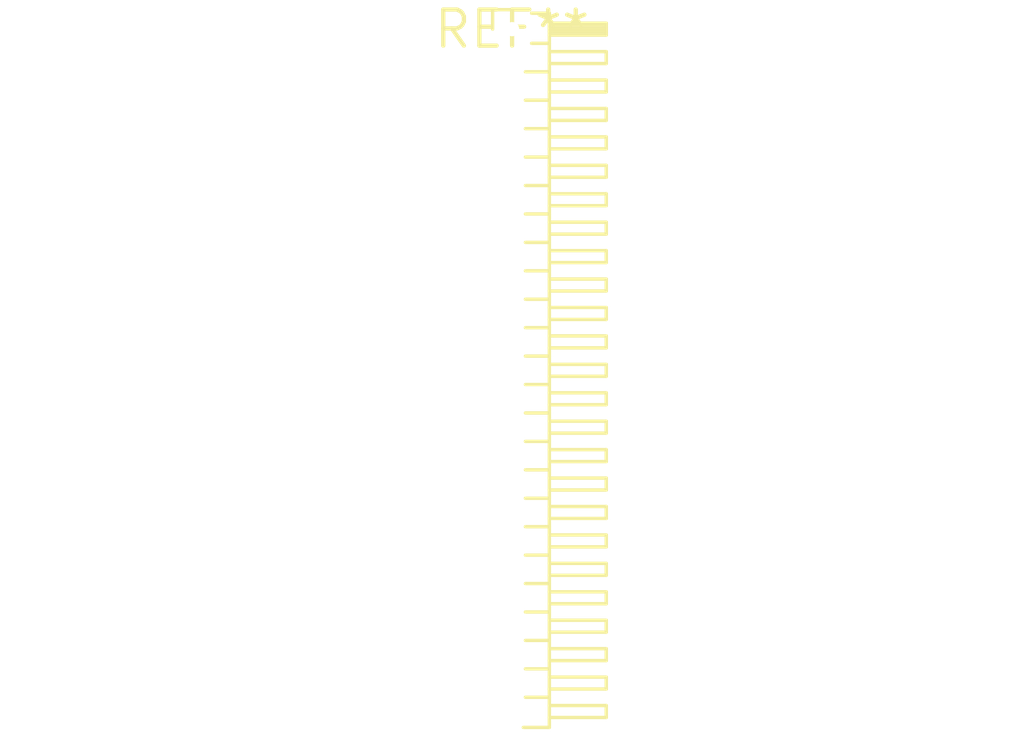
<source format=kicad_pcb>
(kicad_pcb (version 20240108) (generator pcbnew)
  (layers (0 "F.Cu" signal) (31 "B.Cu" signal) (34 "B.Paste" user) (35 "F.Paste" user) (36 "B.SilkS" user "B.Silkscreen") (37 "F.SilkS" user "F.Silkscreen") (38 "B.Mask" user) (39 "F.Mask" user) (44 "Edge.Cuts" user))
  (net 0 "")
  (footprint "PinHeader_1x25_P1.00mm_Horizontal" (layer "F.Cu") (at 0 0)
    (property "Reference" "REF**")
    (property "Value" "PinHeader_1x25_P1.00mm_Horizontal")
    (fp_line (start -0.685 -0.685) (end 0 -0.685) (layer "F.SilkS") (stroke (width 0.12)))
    (fp_line (start -0.685 0) (end -0.685 -0.685) (layer "F.SilkS") (stroke (width 0.12)))
    (fp_line (start 0.468215 1.5) (end 1.31 1.5) (layer "F.SilkS") (stroke (width 0.12)))
    (fp_line (start 0.468215 2.5) (end 1.31 2.5) (layer "F.SilkS") (stroke (width 0.12)))
    (fp_line (start 0.468215 3.5) (end 1.31 3.5) (layer "F.SilkS") (stroke (width 0.12)))
    (fp_line (start 0.468215 4.5) (end 1.31 4.5) (layer "F.SilkS") (stroke (width 0.12)))
    (fp_line (start 0.468215 5.5) (end 1.31 5.5) (layer "F.SilkS") (stroke (width 0.12)))
    (fp_line (start 0.468215 6.5) (end 1.31 6.5) (layer "F.SilkS") (stroke (width 0.12)))
    (fp_line (start 0.468215 7.5) (end 1.31 7.5) (layer "F.SilkS") (stroke (width 0.12)))
    (fp_line (start 0.468215 8.5) (end 1.31 8.5) (layer "F.SilkS") (stroke (width 0.12)))
    (fp_line (start 0.468215 9.5) (end 1.31 9.5) (layer "F.SilkS") (stroke (width 0.12)))
    (fp_line (start 0.468215 10.5) (end 1.31 10.5) (layer "F.SilkS") (stroke (width 0.12)))
    (fp_line (start 0.468215 11.5) (end 1.31 11.5) (layer "F.SilkS") (stroke (width 0.12)))
    (fp_line (start 0.468215 12.5) (end 1.31 12.5) (layer "F.SilkS") (stroke (width 0.12)))
    (fp_line (start 0.468215 13.5) (end 1.31 13.5) (layer "F.SilkS") (stroke (width 0.12)))
    (fp_line (start 0.468215 14.5) (end 1.31 14.5) (layer "F.SilkS") (stroke (width 0.12)))
    (fp_line (start 0.468215 15.5) (end 1.31 15.5) (layer "F.SilkS") (stroke (width 0.12)))
    (fp_line (start 0.468215 16.5) (end 1.31 16.5) (layer "F.SilkS") (stroke (width 0.12)))
    (fp_line (start 0.468215 17.5) (end 1.31 17.5) (layer "F.SilkS") (stroke (width 0.12)))
    (fp_line (start 0.468215 18.5) (end 1.31 18.5) (layer "F.SilkS") (stroke (width 0.12)))
    (fp_line (start 0.468215 19.5) (end 1.31 19.5) (layer "F.SilkS") (stroke (width 0.12)))
    (fp_line (start 0.468215 20.5) (end 1.31 20.5) (layer "F.SilkS") (stroke (width 0.12)))
    (fp_line (start 0.468215 21.5) (end 1.31 21.5) (layer "F.SilkS") (stroke (width 0.12)))
    (fp_line (start 0.468215 22.5) (end 1.31 22.5) (layer "F.SilkS") (stroke (width 0.12)))
    (fp_line (start 0.468215 23.5) (end 1.31 23.5) (layer "F.SilkS") (stroke (width 0.12)))
    (fp_line (start 0.685 -0.56) (end 1.31 -0.56) (layer "F.SilkS") (stroke (width 0.12)))
    (fp_line (start 0.685 0.5) (end 1.31 0.5) (layer "F.SilkS") (stroke (width 0.12)))
    (fp_line (start 1.31 -0.56) (end 1.31 24.56) (layer "F.SilkS") (stroke (width 0.12)))
    (fp_line (start 1.31 -0.21) (end 3.31 -0.21) (layer "F.SilkS") (stroke (width 0.12)))
    (fp_line (start 1.31 -0.15) (end 3.31 -0.15) (layer "F.SilkS") (stroke (width 0.12)))
    (fp_line (start 1.31 -0.03) (end 3.31 -0.03) (layer "F.SilkS") (stroke (width 0.12)))
    (fp_line (start 1.31 0.09) (end 3.31 0.09) (layer "F.SilkS") (stroke (width 0.12)))
    (fp_line (start 1.31 0.79) (end 3.31 0.79) (layer "F.SilkS") (stroke (width 0.12)))
    (fp_line (start 1.31 1.79) (end 3.31 1.79) (layer "F.SilkS") (stroke (width 0.12)))
    (fp_line (start 1.31 2.79) (end 3.31 2.79) (layer "F.SilkS") (stroke (width 0.12)))
    (fp_line (start 1.31 3.79) (end 3.31 3.79) (layer "F.SilkS") (stroke (width 0.12)))
    (fp_line (start 1.31 4.79) (end 3.31 4.79) (layer "F.SilkS") (stroke (width 0.12)))
    (fp_line (start 1.31 5.79) (end 3.31 5.79) (layer "F.SilkS") (stroke (width 0.12)))
    (fp_line (start 1.31 6.79) (end 3.31 6.79) (layer "F.SilkS") (stroke (width 0.12)))
    (fp_line (start 1.31 7.79) (end 3.31 7.79) (layer "F.SilkS") (stroke (width 0.12)))
    (fp_line (start 1.31 8.79) (end 3.31 8.79) (layer "F.SilkS") (stroke (width 0.12)))
    (fp_line (start 1.31 9.79) (end 3.31 9.79) (layer "F.SilkS") (stroke (width 0.12)))
    (fp_line (start 1.31 10.79) (end 3.31 10.79) (layer "F.SilkS") (stroke (width 0.12)))
    (fp_line (start 1.31 11.79) (end 3.31 11.79) (layer "F.SilkS") (stroke (width 0.12)))
    (fp_line (start 1.31 12.79) (end 3.31 12.79) (layer "F.SilkS") (stroke (width 0.12)))
    (fp_line (start 1.31 13.79) (end 3.31 13.79) (layer "F.SilkS") (stroke (width 0.12)))
    (fp_line (start 1.31 14.79) (end 3.31 14.79) (layer "F.SilkS") (stroke (width 0.12)))
    (fp_line (start 1.31 15.79) (end 3.31 15.79) (layer "F.SilkS") (stroke (width 0.12)))
    (fp_line (start 1.31 16.79) (end 3.31 16.79) (layer "F.SilkS") (stroke (width 0.12)))
    (fp_line (start 1.31 17.79) (end 3.31 17.79) (layer "F.SilkS") (stroke (width 0.12)))
    (fp_line (start 1.31 18.79) (end 3.31 18.79) (layer "F.SilkS") (stroke (width 0.12)))
    (fp_line (start 1.31 19.79) (end 3.31 19.79) (layer "F.SilkS") (stroke (width 0.12)))
    (fp_line (start 1.31 20.79) (end 3.31 20.79) (layer "F.SilkS") (stroke (width 0.12)))
    (fp_line (start 1.31 21.79) (end 3.31 21.79) (layer "F.SilkS") (stroke (width 0.12)))
    (fp_line (start 1.31 22.79) (end 3.31 22.79) (layer "F.SilkS") (stroke (width 0.12)))
    (fp_line (start 1.31 23.79) (end 3.31 23.79) (layer "F.SilkS") (stroke (width 0.12)))
    (fp_line (start 1.31 24.56) (end 0.394493 24.56) (layer "F.SilkS") (stroke (width 0.12)))
    (fp_line (start 3.31 -0.21) (end 3.31 0.21) (layer "F.SilkS") (stroke (width 0.12)))
    (fp_line (start 3.31 0.21) (end 1.31 0.21) (layer "F.SilkS") (stroke (width 0.12)))
    (fp_line (start 3.31 0.79) (end 3.31 1.21) (layer "F.SilkS") (stroke (width 0.12)))
    (fp_line (start 3.31 1.21) (end 1.31 1.21) (layer "F.SilkS") (stroke (width 0.12)))
    (fp_line (start 3.31 1.79) (end 3.31 2.21) (layer "F.SilkS") (stroke (width 0.12)))
    (fp_line (start 3.31 2.21) (end 1.31 2.21) (layer "F.SilkS") (stroke (width 0.12)))
    (fp_line (start 3.31 2.79) (end 3.31 3.21) (layer "F.SilkS") (stroke (width 0.12)))
    (fp_line (start 3.31 3.21) (end 1.31 3.21) (layer "F.SilkS") (stroke (width 0.12)))
    (fp_line (start 3.31 3.79) (end 3.31 4.21) (layer "F.SilkS") (stroke (width 0.12)))
    (fp_line (start 3.31 4.21) (end 1.31 4.21) (layer "F.SilkS") (stroke (width 0.12)))
    (fp_line (start 3.31 4.79) (end 3.31 5.21) (layer "F.SilkS") (stroke (width 0.12)))
    (fp_line (start 3.31 5.21) (end 1.31 5.21) (layer "F.SilkS") (stroke (width 0.12)))
    (fp_line (start 3.31 5.79) (end 3.31 6.21) (layer "F.SilkS") (stroke (width 0.12)))
    (fp_line (start 3.31 6.21) (end 1.31 6.21) (layer "F.SilkS") (stroke (width 0.12)))
    (fp_line (start 3.31 6.79) (end 3.31 7.21) (layer "F.SilkS") (stroke (width 0.12)))
    (fp_line (start 3.31 7.21) (end 1.31 7.21) (layer "F.SilkS") (stroke (width 0.12)))
    (fp_line (start 3.31 7.79) (end 3.31 8.21) (layer "F.SilkS") (stroke (width 0.12)))
    (fp_line (start 3.31 8.21) (end 1.31 8.21) (layer "F.SilkS") (stroke (width 0.12)))
    (fp_line (start 3.31 8.79) (end 3.31 9.21) (layer "F.SilkS") (stroke (width 0.12)))
    (fp_line (start 3.31 9.21) (end 1.31 9.21) (layer "F.SilkS") (stroke (width 0.12)))
    (fp_line (start 3.31 9.79) (end 3.31 10.21) (layer "F.SilkS") (stroke (width 0.12)))
    (fp_line (start 3.31 10.21) (end 1.31 10.21) (layer "F.SilkS") (stroke (width 0.12)))
    (fp_line (start 3.31 10.79) (end 3.31 11.21) (layer "F.SilkS") (stroke (width 0.12)))
    (fp_line (start 3.31 11.21) (end 1.31 11.21) (layer "F.SilkS") (stroke (width 0.12)))
    (fp_line (start 3.31 11.79) (end 3.31 12.21) (layer "F.SilkS") (stroke (width 0.12)))
    (fp_line (start 3.31 12.21) (end 1.31 12.21) (layer "F.SilkS") (stroke (width 0.12)))
    (fp_line (start 3.31 12.79) (end 3.31 13.21) (layer "F.SilkS") (stroke (width 0.12)))
    (fp_line (start 3.31 13.21) (end 1.31 13.21) (layer "F.SilkS") (stroke (width 0.12)))
    (fp_line (start 3.31 13.79) (end 3.31 14.21) (layer "F.SilkS") (stroke (width 0.12)))
    (fp_line (start 3.31 14.21) (end 1.31 14.21) (layer "F.SilkS") (stroke (width 0.12)))
    (fp_line (start 3.31 14.79) (end 3.31 15.21) (layer "F.SilkS") (stroke (width 0.12)))
    (fp_line (start 3.31 15.21) (end 1.31 15.21) (layer "F.SilkS") (stroke (width 0.12)))
    (fp_line (start 3.31 15.79) (end 3.31 16.21) (layer "F.SilkS") (stroke (width 0.12)))
    (fp_line (start 3.31 16.21) (end 1.31 16.21) (layer "F.SilkS") (stroke (width 0.12)))
    (fp_line (start 3.31 16.79) (end 3.31 17.21) (layer "F.SilkS") (stroke (width 0.12)))
    (fp_line (start 3.31 17.21) (end 1.31 17.21) (layer "F.SilkS") (stroke (width 0.12)))
    (fp_line (start 3.31 17.79) (end 3.31 18.21) (layer "F.SilkS") (stroke (width 0.12)))
    (fp_line (start 3.31 18.21) (end 1.31 18.21) (layer "F.SilkS") (stroke (width 0.12)))
    (fp_line (start 3.31 18.79) (end 3.31 19.21) (layer "F.SilkS") (stroke (width 0.12)))
    (fp_line (start 3.31 19.21) (end 1.31 19.21) (layer "F.SilkS") (stroke (width 0.12)))
    (fp_line (start 3.31 19.79) (end 3.31 20.21) (layer "F.SilkS") (stroke (width 0.12)))
    (fp_line (start 3.31 20.21) (end 1.31 20.21) (layer "F.SilkS") (stroke (width 0.12)))
    (fp_line (start 3.31 20.79) (end 3.31 21.21) (layer "F.SilkS") (stroke (width 0.12)))
    (fp_line (start 3.31 21.21) (end 1.31 21.21) (layer "F.SilkS") (stroke (width 0.12)))
    (fp_line (start 3.31 21.79) (end 3.31 22.21) (layer "F.SilkS") (stroke (width 0.12)))
    (fp_line (start 3.31 22.21) (end 1.31 22.21) (layer "F.SilkS") (stroke (width 0.12)))
    (fp_line (start 3.31 22.79) (end 3.31 23.21) (layer "F.SilkS") (stroke (width 0.12)))
    (fp_line (start 3.31 23.21) (end 1.31 23.21) (layer "F.SilkS") (stroke (width 0.12)))
    (fp_line (start 3.31 23.79) (end 3.31 24.21) (layer "F.SilkS") (stroke (width 0.12)))
    (fp_line (start 3.31 24.21) (end 1.31 24.21) (layer "F.SilkS") (stroke (width 0.12)))
    (pad "1" thru_hole rect (at 0 0) (size 0.85 0.85) (drill 0.5) (layers *.Cu *.Mask) (remove_unused_layers))
    (pad "2" thru_hole oval (at 0 1) (size 0.85 0.85) (drill 0.5) (layers *.Cu *.Mask) (remove_unused_layers))
    (pad "3" thru_hole oval (at 0 2) (size 0.85 0.85) (drill 0.5) (layers *.Cu *.Mask) (remove_unused_layers))
    (pad "4" thru_hole oval (at 0 3) (size 0.85 0.85) (drill 0.5) (layers *.Cu *.Mask) (remove_unused_layers))
    (pad "5" thru_hole oval (at 0 4) (size 0.85 0.85) (drill 0.5) (layers *.Cu *.Mask) (remove_unused_layers))
    (pad "6" thru_hole oval (at 0 5) (size 0.85 0.85) (drill 0.5) (layers *.Cu *.Mask) (remove_unused_layers))
    (pad "7" thru_hole oval (at 0 6) (size 0.85 0.85) (drill 0.5) (layers *.Cu *.Mask) (remove_unused_layers))
    (pad "8" thru_hole oval (at 0 7) (size 0.85 0.85) (drill 0.5) (layers *.Cu *.Mask) (remove_unused_layers))
    (pad "9" thru_hole oval (at 0 8) (size 0.85 0.85) (drill 0.5) (layers *.Cu *.Mask) (remove_unused_layers))
    (pad "10" thru_hole oval (at 0 9) (size 0.85 0.85) (drill 0.5) (layers *.Cu *.Mask) (remove_unused_layers))
    (pad "11" thru_hole oval (at 0 10) (size 0.85 0.85) (drill 0.5) (layers *.Cu *.Mask) (remove_unused_layers))
    (pad "12" thru_hole oval (at 0 11) (size 0.85 0.85) (drill 0.5) (layers *.Cu *.Mask) (remove_unused_layers))
    (pad "13" thru_hole oval (at 0 12) (size 0.85 0.85) (drill 0.5) (layers *.Cu *.Mask) (remove_unused_layers))
    (pad "14" thru_hole oval (at 0 13) (size 0.85 0.85) (drill 0.5) (layers *.Cu *.Mask) (remove_unused_layers))
    (pad "15" thru_hole oval (at 0 14) (size 0.85 0.85) (drill 0.5) (layers *.Cu *.Mask) (remove_unused_layers))
    (pad "16" thru_hole oval (at 0 15) (size 0.85 0.85) (drill 0.5) (layers *.Cu *.Mask) (remove_unused_layers))
    (pad "17" thru_hole oval (at 0 16) (size 0.85 0.85) (drill 0.5) (layers *.Cu *.Mask) (remove_unused_layers))
    (pad "18" thru_hole oval (at 0 17) (size 0.85 0.85) (drill 0.5) (layers *.Cu *.Mask) (remove_unused_layers))
    (pad "19" thru_hole oval (at 0 18) (size 0.85 0.85) (drill 0.5) (layers *.Cu *.Mask) (remove_unused_layers))
    (pad "20" thru_hole oval (at 0 19) (size 0.85 0.85) (drill 0.5) (layers *.Cu *.Mask) (remove_unused_layers))
    (pad "21" thru_hole oval (at 0 20) (size 0.85 0.85) (drill 0.5) (layers *.Cu *.Mask) (remove_unused_layers))
    (pad "22" thru_hole oval (at 0 21) (size 0.85 0.85) (drill 0.5) (layers *.Cu *.Mask) (remove_unused_layers))
    (pad "23" thru_hole oval (at 0 22) (size 0.85 0.85) (drill 0.5) (layers *.Cu *.Mask) (remove_unused_layers))
    (pad "24" thru_hole oval (at 0 23) (size 0.85 0.85) (drill 0.5) (layers *.Cu *.Mask) (remove_unused_layers))
    (pad "25" thru_hole oval (at 0 24) (size 0.85 0.85) (drill 0.5) (layers *.Cu *.Mask) (remove_unused_layers))
  )
)
</source>
